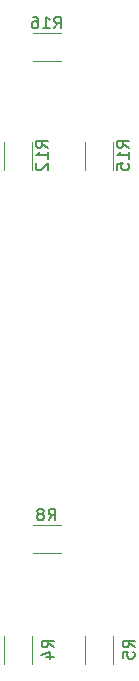
<source format=gbr>
G04 #@! TF.GenerationSoftware,KiCad,Pcbnew,(5.1.9-0-10_14)*
G04 #@! TF.CreationDate,2021-02-19T16:09:10+01:00*
G04 #@! TF.ProjectId,pre-amp-6SN7,7072652d-616d-4702-9d36-534e372e6b69,rev?*
G04 #@! TF.SameCoordinates,Original*
G04 #@! TF.FileFunction,Legend,Bot*
G04 #@! TF.FilePolarity,Positive*
%FSLAX46Y46*%
G04 Gerber Fmt 4.6, Leading zero omitted, Abs format (unit mm)*
G04 Created by KiCad (PCBNEW (5.1.9-0-10_14)) date 2021-02-19 16:09:10*
%MOMM*%
%LPD*%
G01*
G04 APERTURE LIST*
%ADD10C,0.120000*%
%ADD11C,0.150000*%
G04 APERTURE END LIST*
D10*
X98659000Y-86049000D02*
X101059000Y-86049000D01*
X98659000Y-88449000D02*
X101059000Y-88449000D01*
X105467000Y-95230000D02*
X105467000Y-97630000D01*
X103067000Y-95230000D02*
X103067000Y-97630000D01*
X98609000Y-95230000D02*
X98609000Y-97630000D01*
X96209000Y-95230000D02*
X96209000Y-97630000D01*
X98659000Y-127705000D02*
X101059000Y-127705000D01*
X98659000Y-130105000D02*
X101059000Y-130105000D01*
X105467000Y-137066000D02*
X105467000Y-139466000D01*
X103067000Y-137066000D02*
X103067000Y-139466000D01*
X98609000Y-137066000D02*
X98609000Y-139466000D01*
X96209000Y-137066000D02*
X96209000Y-139466000D01*
D11*
X100451857Y-85651380D02*
X100785190Y-85175190D01*
X101023285Y-85651380D02*
X101023285Y-84651380D01*
X100642333Y-84651380D01*
X100547095Y-84699000D01*
X100499476Y-84746619D01*
X100451857Y-84841857D01*
X100451857Y-84984714D01*
X100499476Y-85079952D01*
X100547095Y-85127571D01*
X100642333Y-85175190D01*
X101023285Y-85175190D01*
X99499476Y-85651380D02*
X100070904Y-85651380D01*
X99785190Y-85651380D02*
X99785190Y-84651380D01*
X99880428Y-84794238D01*
X99975666Y-84889476D01*
X100070904Y-84937095D01*
X98642333Y-84651380D02*
X98832809Y-84651380D01*
X98928047Y-84699000D01*
X98975666Y-84746619D01*
X99070904Y-84889476D01*
X99118523Y-85079952D01*
X99118523Y-85460904D01*
X99070904Y-85556142D01*
X99023285Y-85603761D01*
X98928047Y-85651380D01*
X98737571Y-85651380D01*
X98642333Y-85603761D01*
X98594714Y-85556142D01*
X98547095Y-85460904D01*
X98547095Y-85222809D01*
X98594714Y-85127571D01*
X98642333Y-85079952D01*
X98737571Y-85032333D01*
X98928047Y-85032333D01*
X99023285Y-85079952D01*
X99070904Y-85127571D01*
X99118523Y-85222809D01*
X106769380Y-95737142D02*
X106293190Y-95403809D01*
X106769380Y-95165714D02*
X105769380Y-95165714D01*
X105769380Y-95546666D01*
X105817000Y-95641904D01*
X105864619Y-95689523D01*
X105959857Y-95737142D01*
X106102714Y-95737142D01*
X106197952Y-95689523D01*
X106245571Y-95641904D01*
X106293190Y-95546666D01*
X106293190Y-95165714D01*
X106769380Y-96689523D02*
X106769380Y-96118095D01*
X106769380Y-96403809D02*
X105769380Y-96403809D01*
X105912238Y-96308571D01*
X106007476Y-96213333D01*
X106055095Y-96118095D01*
X105769380Y-97594285D02*
X105769380Y-97118095D01*
X106245571Y-97070476D01*
X106197952Y-97118095D01*
X106150333Y-97213333D01*
X106150333Y-97451428D01*
X106197952Y-97546666D01*
X106245571Y-97594285D01*
X106340809Y-97641904D01*
X106578904Y-97641904D01*
X106674142Y-97594285D01*
X106721761Y-97546666D01*
X106769380Y-97451428D01*
X106769380Y-97213333D01*
X106721761Y-97118095D01*
X106674142Y-97070476D01*
X99911380Y-95737142D02*
X99435190Y-95403809D01*
X99911380Y-95165714D02*
X98911380Y-95165714D01*
X98911380Y-95546666D01*
X98959000Y-95641904D01*
X99006619Y-95689523D01*
X99101857Y-95737142D01*
X99244714Y-95737142D01*
X99339952Y-95689523D01*
X99387571Y-95641904D01*
X99435190Y-95546666D01*
X99435190Y-95165714D01*
X99911380Y-96689523D02*
X99911380Y-96118095D01*
X99911380Y-96403809D02*
X98911380Y-96403809D01*
X99054238Y-96308571D01*
X99149476Y-96213333D01*
X99197095Y-96118095D01*
X99006619Y-97070476D02*
X98959000Y-97118095D01*
X98911380Y-97213333D01*
X98911380Y-97451428D01*
X98959000Y-97546666D01*
X99006619Y-97594285D01*
X99101857Y-97641904D01*
X99197095Y-97641904D01*
X99339952Y-97594285D01*
X99911380Y-97022857D01*
X99911380Y-97641904D01*
X99975666Y-127307380D02*
X100309000Y-126831190D01*
X100547095Y-127307380D02*
X100547095Y-126307380D01*
X100166142Y-126307380D01*
X100070904Y-126355000D01*
X100023285Y-126402619D01*
X99975666Y-126497857D01*
X99975666Y-126640714D01*
X100023285Y-126735952D01*
X100070904Y-126783571D01*
X100166142Y-126831190D01*
X100547095Y-126831190D01*
X99404238Y-126735952D02*
X99499476Y-126688333D01*
X99547095Y-126640714D01*
X99594714Y-126545476D01*
X99594714Y-126497857D01*
X99547095Y-126402619D01*
X99499476Y-126355000D01*
X99404238Y-126307380D01*
X99213761Y-126307380D01*
X99118523Y-126355000D01*
X99070904Y-126402619D01*
X99023285Y-126497857D01*
X99023285Y-126545476D01*
X99070904Y-126640714D01*
X99118523Y-126688333D01*
X99213761Y-126735952D01*
X99404238Y-126735952D01*
X99499476Y-126783571D01*
X99547095Y-126831190D01*
X99594714Y-126926428D01*
X99594714Y-127116904D01*
X99547095Y-127212142D01*
X99499476Y-127259761D01*
X99404238Y-127307380D01*
X99213761Y-127307380D01*
X99118523Y-127259761D01*
X99070904Y-127212142D01*
X99023285Y-127116904D01*
X99023285Y-126926428D01*
X99070904Y-126831190D01*
X99118523Y-126783571D01*
X99213761Y-126735952D01*
X107259380Y-138049333D02*
X106783190Y-137716000D01*
X107259380Y-137477904D02*
X106259380Y-137477904D01*
X106259380Y-137858857D01*
X106307000Y-137954095D01*
X106354619Y-138001714D01*
X106449857Y-138049333D01*
X106592714Y-138049333D01*
X106687952Y-138001714D01*
X106735571Y-137954095D01*
X106783190Y-137858857D01*
X106783190Y-137477904D01*
X106259380Y-138954095D02*
X106259380Y-138477904D01*
X106735571Y-138430285D01*
X106687952Y-138477904D01*
X106640333Y-138573142D01*
X106640333Y-138811238D01*
X106687952Y-138906476D01*
X106735571Y-138954095D01*
X106830809Y-139001714D01*
X107068904Y-139001714D01*
X107164142Y-138954095D01*
X107211761Y-138906476D01*
X107259380Y-138811238D01*
X107259380Y-138573142D01*
X107211761Y-138477904D01*
X107164142Y-138430285D01*
X100401380Y-138049333D02*
X99925190Y-137716000D01*
X100401380Y-137477904D02*
X99401380Y-137477904D01*
X99401380Y-137858857D01*
X99449000Y-137954095D01*
X99496619Y-138001714D01*
X99591857Y-138049333D01*
X99734714Y-138049333D01*
X99829952Y-138001714D01*
X99877571Y-137954095D01*
X99925190Y-137858857D01*
X99925190Y-137477904D01*
X99734714Y-138906476D02*
X100401380Y-138906476D01*
X99353761Y-138668380D02*
X100068047Y-138430285D01*
X100068047Y-139049333D01*
M02*

</source>
